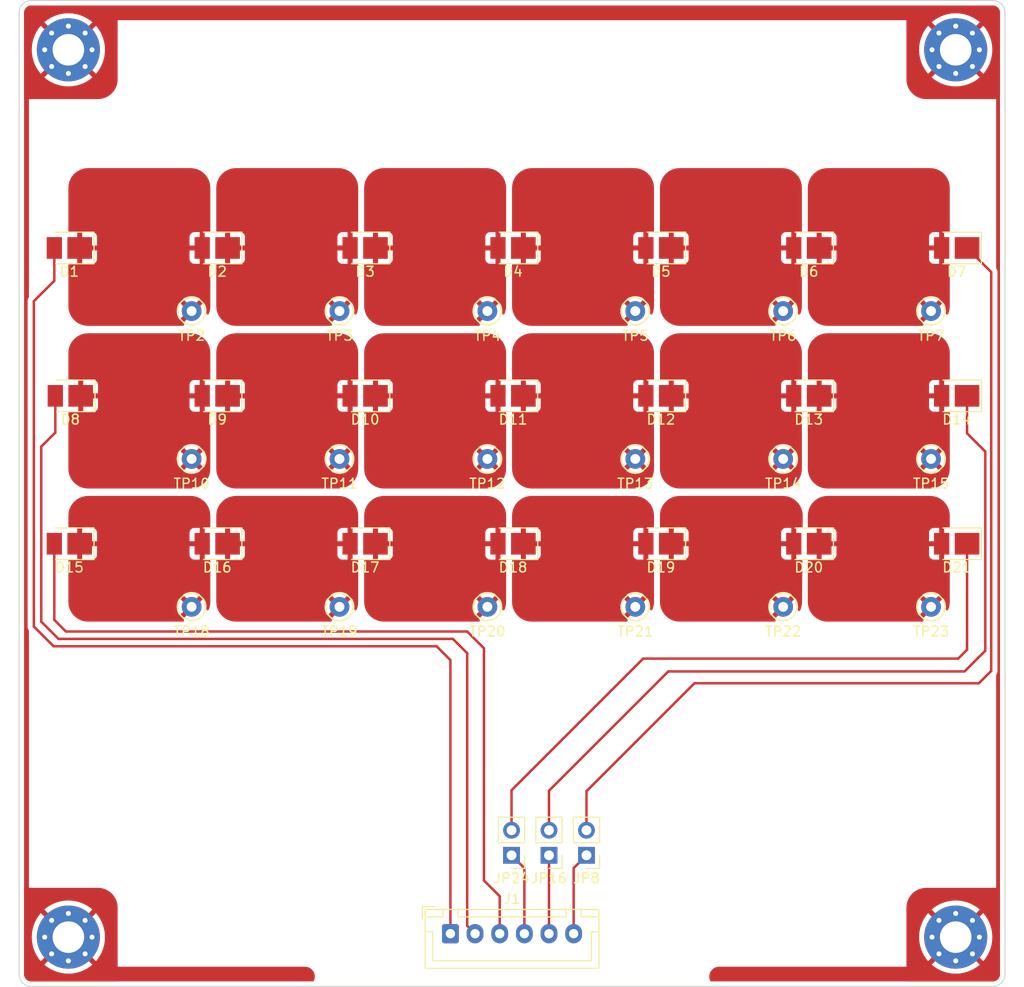
<source format=kicad_pcb>
(kicad_pcb (version 20211014) (generator pcbnew)
  (layers (0 "F.Cu" signal) (31 "B.Cu" signal) (34 "B.Paste" user) (35 "F.Paste" user) (36 "B.SilkS" user "B.Silkscreen") (37 "F.SilkS" user "F.Silkscreen") (38 "B.Mask" user) (39 "F.Mask" user) (44 "Edge.Cuts" user))
  (net 0 "")
  (net 1 "Net-(D1-Pad1)")
  (net 2 "VCC-LED1")
  (net 3 "Net-(D2-Pad1)")
  (net 4 "Net-(D3-Pad1)")
  (net 5 "Net-(D4-Pad1)")
  (net 6 "Net-(D5-Pad1)")
  (net 7 "Net-(D6-Pad1)")
  (net 8 "Net-(D7-Pad1)")
  (net 9 "Net-(D8-Pad1)")
  (net 10 "VCC-LED2")
  (net 11 "Net-(D10-Pad2)")
  (net 12 "Net-(D10-Pad1)")
  (net 13 "Net-(D11-Pad1)")
  (net 14 "Net-(D12-Pad1)")
  (net 15 "Net-(D13-Pad1)")
  (net 16 "Net-(D14-Pad1)")
  (net 17 "Net-(D15-Pad1)")
  (net 18 "VCC-LED3")
  (net 19 "Net-(D16-Pad1)")
  (net 20 "Net-(D17-Pad1)")
  (net 21 "Net-(D18-Pad1)")
  (net 22 "Net-(D19-Pad1)")
  (net 23 "Net-(D20-Pad1)")
  (net 24 "Net-(D21-Pad1)")
  (net 25 "GND")
  (net 26 "GND-LED1")
  (net 27 "GND-LED2")
  (net 28 "GND-LED3")
  (footprint "MountingHole:MountingHole_3.2mm_M3_Pad_Via" (layer "F.Cu") (at 195 135)
    (fp_text reference "H4" hide)
    (fp_text value "MountingHole_Pad")
    (pad "1" thru_hole circle (at 0 2.4) (size 0.8 0.8) (drill 0.5) (layers *.Cu *.Mask) (net 25 "GND"))
    (pad "1" thru_hole circle (at 1.697056 -1.697056) (size 0.8 0.8) (drill 0.5) (layers *.Cu *.Mask) (net 25 "GND"))
    (pad "1" thru_hole circle (at -1.697056 -1.697056) (size 0.8 0.8) (drill 0.5) (layers *.Cu *.Mask) (net 25 "GND"))
    (pad "1" thru_hole circle (at -1.697056 1.697056) (size 0.8 0.8) (drill 0.5) (layers *.Cu *.Mask) (net 25 "GND"))
    (pad "1" thru_hole circle (at -2.4 0) (size 0.8 0.8) (drill 0.5) (layers *.Cu *.Mask) (net 25 "GND"))
    (pad "1" thru_hole circle (at 1.697056 1.697056) (size 0.8 0.8) (drill 0.5) (layers *.Cu *.Mask) (net 25 "GND"))
    (pad "1" thru_hole circle (at 0 0) (size 6.4 6.4) (drill 3.2) (layers *.Cu *.Mask) (net 25 "GND"))
    (pad "1" thru_hole circle (at 0 -2.4) (size 0.8 0.8) (drill 0.5) (layers *.Cu *.Mask) (net 25 "GND"))
    (pad "1" thru_hole circle (at 2.4 0) (size 0.8 0.8) (drill 0.5) (layers *.Cu *.Mask) (net 25 "GND"))
  )
  (footprint "TestPoint:TestPoint_Keystone_5000-5004_Miniature" (layer "F.Cu") (at 132.5 71.5)
    (fp_text reference "TP3" (at 0 2.5) (layer "F.SilkS"))
    (fp_text value "-LED2/+LED3")
    (fp_circle (center 0 0) (end 1.4 0) (layer "F.SilkS") (width 0.15) (fill none))
    (pad "1" thru_hole circle (at 0 0) (size 2 2) (drill 1) (layers *.Cu *.Mask) (net 3 "Net-(D2-Pad1)"))
  )
  (footprint "TestPoint:TestPoint_Keystone_5000-5004_Miniature" (layer "F.Cu") (at 162.5 71.5)
    (fp_text reference "TP5" (at 0 2.5) (layer "F.SilkS"))
    (fp_text value "-LED4/+LED5")
    (fp_circle (center 0 0) (end 1.4 0) (layer "F.SilkS") (width 0.15) (fill none))
    (pad "1" thru_hole circle (at 0 0) (size 2 2) (drill 1) (layers *.Cu *.Mask) (net 5 "Net-(D4-Pad1)"))
  )
  (footprint "LED_SMD:LED_PLCC_2835_Handsoldering" (layer "F.Cu") (at 195.1 95.1 180)
    (fp_text reference "D21" (at 0 -2.4) (layer "F.SilkS"))
    (fp_text value "UV LED")
    (fp_line (start 1.4 -1.6) (end -2.5 -1.6) (layer "F.SilkS") (width 0.12))
    (fp_line (start 1.4 1.6) (end -2.5 1.6) (layer "F.SilkS") (width 0.12))
    (fp_line (start -2.5 -1.6) (end -2.5 1.6) (layer "F.SilkS") (width 0.12))
    (pad "1" smd rect (at -1.05 0 180) (size 2.5 2.2) (layers "F.Cu" "F.Paste" "F.Mask") (net 24 "Net-(D21-Pad1)"))
    (pad "2" smd rect (at 1.525 0 180) (size 1.55 2.2) (layers "F.Cu" "F.Paste" "F.Mask") (net 23 "Net-(D20-Pad1)"))
  )
  (footprint "TestPoint:TestPoint_Keystone_5000-5004_Miniature" (layer "F.Cu") (at 192.5 71.5)
    (fp_text reference "TP7" (at 0 2.5) (layer "F.SilkS"))
    (fp_text value "-LED6/+LED7")
    (fp_circle (center 0 0) (end 1.4 0) (layer "F.SilkS") (width 0.15) (fill none))
    (pad "1" thru_hole circle (at 0 0) (size 2 2) (drill 1) (layers *.Cu *.Mask) (net 7 "Net-(D6-Pad1)"))
  )
  (footprint "TestPoint:TestPoint_Keystone_5000-5004_Miniature" (layer "F.Cu") (at 162.5 101.5)
    (fp_text reference "TP21" (at 0 2.5) (layer "F.SilkS"))
    (fp_text value "-LED18/+LED19")
    (fp_circle (center 0 0) (end 1.4 0) (layer "F.SilkS") (width 0.15) (fill none))
    (pad "1" thru_hole circle (at 0 0) (size 2 2) (drill 1) (layers *.Cu *.Mask) (net 21 "Net-(D18-Pad1)"))
  )
  (footprint "LED_SMD:LED_PLCC_2835_Handsoldering" (layer "F.Cu") (at 165.1 80.1 180)
    (fp_text reference "D12" (at 0 -2.4) (layer "F.SilkS"))
    (fp_text value "UV LED")
    (fp_line (start 1.4 -1.6) (end -2.5 -1.6) (layer "F.SilkS") (width 0.12))
    (fp_line (start 1.4 1.6) (end -2.5 1.6) (layer "F.SilkS") (width 0.12))
    (fp_line (start -2.5 -1.6) (end -2.5 1.6) (layer "F.SilkS") (width 0.12))
    (pad "1" smd rect (at -1.05 0 180) (size 2.5 2.2) (layers "F.Cu" "F.Paste" "F.Mask") (net 14 "Net-(D12-Pad1)"))
    (pad "2" smd rect (at 1.525 0 180) (size 1.55 2.2) (layers "F.Cu" "F.Paste" "F.Mask") (net 13 "Net-(D11-Pad1)"))
  )
  (footprint "MountingHole:MountingHole_3.2mm_M3_Pad_Via" (layer "F.Cu") (at 105 135)
    (fp_text reference "H1" hide)
    (fp_text value "MountingHole_Pad")
    (pad "1" thru_hole circle (at 0 -2.4) (size 0.8 0.8) (drill 0.5) (layers *.Cu *.Mask) (net 25 "GND"))
    (pad "1" thru_hole circle (at -2.4 0) (size 0.8 0.8) (drill 0.5) (layers *.Cu *.Mask) (net 25 "GND"))
    (pad "1" thru_hole circle (at 2.4 0) (size 0.8 0.8) (drill 0.5) (layers *.Cu *.Mask) (net 25 "GND"))
    (pad "1" thru_hole circle (at -1.697056 1.697056) (size 0.8 0.8) (drill 0.5) (layers *.Cu *.Mask) (net 25 "GND"))
    (pad "1" thru_hole circle (at 0 0) (size 6.4 6.4) (drill 3.2) (layers *.Cu *.Mask) (net 25 "GND"))
    (pad "1" thru_hole circle (at -1.697056 -1.697056) (size 0.8 0.8) (drill 0.5) (layers *.Cu *.Mask) (net 25 "GND"))
    (pad "1" thru_hole circle (at 1.697056 -1.697056) (size 0.8 0.8) (drill 0.5) (layers *.Cu *.Mask) (net 25 "GND"))
    (pad "1" thru_hole circle (at 0 2.4) (size 0.8 0.8) (drill 0.5) (layers *.Cu *.Mask) (net 25 "GND"))
    (pad "1" thru_hole circle (at 1.697056 1.697056) (size 0.8 0.8) (drill 0.5) (layers *.Cu *.Mask) (net 25 "GND"))
  )
  (footprint "LED_SMD:LED_PLCC_2835_Handsoldering" (layer "F.Cu") (at 120.1 80.1 180)
    (fp_text reference "D9" (at 0 -2.4) (layer "F.SilkS"))
    (fp_text value "UV LED")
    (fp_line (start 1.4 -1.6) (end -2.5 -1.6) (layer "F.SilkS") (width 0.12))
    (fp_line (start -2.5 -1.6) (end -2.5 1.6) (layer "F.SilkS") (width 0.12))
    (fp_line (start 1.4 1.6) (end -2.5 1.6) (layer "F.SilkS") (width 0.12))
    (pad "1" smd rect (at -1.05 0 180) (size 2.5 2.2) (layers "F.Cu" "F.Paste" "F.Mask") (net 11 "Net-(D10-Pad2)"))
    (pad "2" smd rect (at 1.525 0 180) (size 1.55 2.2) (layers "F.Cu" "F.Paste" "F.Mask") (net 9 "Net-(D8-Pad1)"))
  )
  (footprint "TestPoint:TestPoint_Keystone_5000-5004_Miniature" (layer "F.Cu") (at 177.5 71.5)
    (fp_text reference "TP6" (at 0 2.5) (layer "F.SilkS"))
    (fp_text value "-LED5/+LED6")
    (fp_circle (center 0 0) (end 1.4 0) (layer "F.SilkS") (width 0.15) (fill none))
    (pad "1" thru_hole circle (at 0 0) (size 2 2) (drill 1) (layers *.Cu *.Mask) (net 6 "Net-(D5-Pad1)"))
  )
  (footprint "TestPoint:TestPoint_Keystone_5000-5004_Miniature" (layer "F.Cu") (at 147.5 101.5)
    (fp_text reference "TP20" (at 0 2.5) (layer "F.SilkS"))
    (fp_text value "-LED17/+LED18")
    (fp_circle (center 0 0) (end 1.4 0) (layer "F.SilkS") (width 0.15) (fill none))
    (pad "1" thru_hole circle (at 0 0) (size 2 2) (drill 1) (layers *.Cu *.Mask) (net 20 "Net-(D17-Pad1)"))
  )
  (footprint "TestPoint:TestPoint_Keystone_5000-5004_Miniature" (layer "F.Cu") (at 192.5 101.5)
    (fp_text reference "TP23" (at 0 2.5) (layer "F.SilkS"))
    (fp_text value "-LED20/+LED21")
    (fp_circle (center 0 0) (end 1.4 0) (layer "F.SilkS") (width 0.15) (fill none))
    (pad "1" thru_hole circle (at 0 0) (size 2 2) (drill 1) (layers *.Cu *.Mask) (net 23 "Net-(D20-Pad1)"))
  )
  (footprint "LED_SMD:LED_PLCC_2835_Handsoldering" (layer "F.Cu") (at 195.1 80.1 180)
    (fp_text reference "D14" (at 0 -2.4) (layer "F.SilkS"))
    (fp_text value "UV LED")
    (fp_line (start 1.4 1.6) (end -2.5 1.6) (layer "F.SilkS") (width 0.12))
    (fp_line (start -2.5 -1.6) (end -2.5 1.6) (layer "F.SilkS") (width 0.12))
    (fp_line (start 1.4 -1.6) (end -2.5 -1.6) (layer "F.SilkS") (width 0.12))
    (pad "1" smd rect (at -1.05 0 180) (size 2.5 2.2) (layers "F.Cu" "F.Paste" "F.Mask") (net 16 "Net-(D14-Pad1)"))
    (pad "2" smd rect (at 1.525 0 180) (size 1.55 2.2) (layers "F.Cu" "F.Paste" "F.Mask") (net 15 "Net-(D13-Pad1)"))
  )
  (footprint "TestPoint:TestPoint_Keystone_5000-5004_Miniature" (layer "F.Cu") (at 147.5 71.5)
    (fp_text reference "TP4" (at 0 2.5) (layer "F.SilkS"))
    (fp_text value "-LED3/+LED4")
    (fp_circle (center 0 0) (end 1.4 0) (layer "F.SilkS") (width 0.15) (fill none))
    (pad "1" thru_hole circle (at 0 0) (size 2 2) (drill 1) (layers *.Cu *.Mask) (net 4 "Net-(D3-Pad1)"))
  )
  (footprint "LED_SMD:LED_PLCC_2835_Handsoldering" (layer "F.Cu") (at 135.1 65.1 180)
    (fp_text reference "D3" (at 0 -2.4) (layer "F.SilkS"))
    (fp_text value "UV LED")
    (fp_line (start -2.5 -1.6) (end -2.5 1.6) (layer "F.SilkS") (width 0.12))
    (fp_line (start 1.4 1.6) (end -2.5 1.6) (layer "F.SilkS") (width 0.12))
    (fp_line (start 1.4 -1.6) (end -2.5 -1.6) (layer "F.SilkS") (width 0.12))
    (pad "1" smd rect (at -1.05 0 180) (size 2.5 2.2) (layers "F.Cu" "F.Paste" "F.Mask") (net 4 "Net-(D3-Pad1)"))
    (pad "2" smd rect (at 1.525 0 180) (size 1.55 2.2) (layers "F.Cu" "F.Paste" "F.Mask") (net 3 "Net-(D2-Pad1)"))
  )
  (footprint "LED_SMD:LED_PLCC_2835_Handsoldering" (layer "F.Cu") (at 120.1 95.1 180)
    (fp_text reference "D16" (at 0 -2.4) (layer "F.SilkS"))
    (fp_text value "UV LED")
    (fp_line (start -2.5 -1.6) (end -2.5 1.6) (layer "F.SilkS") (width 0.12))
    (fp_line (start 1.4 1.6) (end -2.5 1.6) (layer "F.SilkS") (width 0.12))
    (fp_line (start 1.4 -1.6) (end -2.5 -1.6) (layer "F.SilkS") (width 0.12))
    (pad "1" smd rect (at -1.05 0 180) (size 2.5 2.2) (layers "F.Cu" "F.Paste" "F.Mask") (net 19 "Net-(D16-Pad1)"))
    (pad "2" smd rect (at 1.525 0 180) (size 1.55 2.2) (layers "F.Cu" "F.Paste" "F.Mask") (net 17 "Net-(D15-Pad1)"))
  )
  (footprint "LED_SMD:LED_PLCC_2835_Handsoldering" (layer "F.Cu") (at 180.1 95.1 180)
    (fp_text reference "D20" (at 0 -2.4) (layer "F.SilkS"))
    (fp_text value "UV LED")
    (fp_line (start 1.4 1.6) (end -2.5 1.6) (layer "F.SilkS") (width 0.12))
    (fp_line (start -2.5 -1.6) (end -2.5 1.6) (layer "F.SilkS") (width 0.12))
    (fp_line (start 1.4 -1.6) (end -2.5 -1.6) (layer "F.SilkS") (width 0.12))
    (pad "1" smd rect (at -1.05 0 180) (size 2.5 2.2) (layers "F.Cu" "F.Paste" "F.Mask") (net 23 "Net-(D20-Pad1)"))
    (pad "2" smd rect (at 1.525 0 180) (size 1.55 2.2) (layers "F.Cu" "F.Paste" "F.Mask") (net 22 "Net-(D19-Pad1)"))
  )
  (footprint "TestPoint:TestPoint_Keystone_5000-5004_Miniature" (layer "F.Cu") (at 117.5 71.5)
    (fp_text reference "TP2" (at 0 2.5) (layer "F.SilkS"))
    (fp_text value "-LED1/+LED2")
    (fp_circle (center 0 0) (end 1.4 0) (layer "F.SilkS") (width 0.15) (fill none))
    (pad "1" thru_hole circle (at 0 0) (size 2 2) (drill 1) (layers *.Cu *.Mask) (net 1 "Net-(D1-Pad1)"))
  )
  (footprint "LED_SMD:LED_PLCC_2835_Handsoldering" (layer "F.Cu") (at 120.1 65.1 180)
    (fp_text reference "D2" (at 0 -2.4) (layer "F.SilkS"))
    (fp_text value "UV LED")
    (fp_line (start -2.5 -1.6) (end -2.5 1.6) (layer "F.SilkS") (width 0.12))
    (fp_line (start 1.4 -1.6) (end -2.5 -1.6) (layer "F.SilkS") (width 0.12))
    (fp_line (start 1.4 1.6) (end -2.5 1.6) (layer "F.SilkS") (width 0.12))
    (pad "1" smd rect (at -1.05 0 180) (size 2.5 2.2) (layers "F.Cu" "F.Paste" "F.Mask") (net 3 "Net-(D2-Pad1)"))
    (pad "2" smd rect (at 1.525 0 180) (size 1.55 2.2) (layers "F.Cu" "F.Paste" "F.Mask") (net 1 "Net-(D1-Pad1)"))
  )
  (footprint "Connector_PinHeader_2.54mm:PinHeader_1x02_P2.54mm_Vertical" (layer "F.Cu") (at 153.75 126.7 180)
    (fp_text reference "JP16" (at 0 -2.33) (layer "F.SilkS"))
    (fp_text value "Jumper_2_Open")
    (fp_line (start -1.33 -1.33) (end 0 -1.33) (layer "F.SilkS") (width 0.12))
    (fp_line (start -1.33 1.27) (end 1.33 1.27) (layer "F.SilkS") (width 0.12))
    (fp_line (start -1.33 1.27) (end -1.33 3.87) (layer "F.SilkS") (width 0.12))
    (fp_line (start -1.33 3.87) (end 1.33 3.87) (layer "F.SilkS") (width 0.12))
    (fp_line (start -1.33 0) (end -1.33 -1.33) (layer "F.SilkS") (width 0.12))
    (fp_line (start 1.33 1.27) (end 1.33 3.87) (layer "F.SilkS") (width 0.12))
    (pad "1" thru_hole rect (at 0 0 180) (size 1.7 1.7) (drill 1) (layers *.Cu *.Mask) (net 27 "GND-LED2"))
    (pad "2" thru_hole oval (at 0 2.54 180) (size 1.7 1.7) (drill 1) (layers *.Cu *.Mask) (net 16 "Net-(D14-Pad1)"))
  )
  (footprint "TestPoint:TestPoint_Keystone_5000-5004_Miniature" (layer "F.Cu") (at 177.5 101.5)
    (fp_text reference "TP22" (at 0 2.5) (layer "F.SilkS"))
    (fp_text value "-LED19/+LED20")
    (fp_circle (center 0 0) (end 1.4 0) (layer "F.SilkS") (width 0.15) (fill none))
    (pad "1" thru_hole circle (at 0 0) (size 2 2) (drill 1) (layers *.Cu *.Mask) (net 22 "Net-(D19-Pad1)"))
  )
  (footprint "Connector_JST:JST_XH_B6B-XH-A_1x06_P2.50mm_Vertical" (layer "F.Cu") (at 143.75 134.65)
    (fp_text reference "J1" (at 6.25 -3.55) (layer "F.SilkS"))
    (fp_text value "Conn_01x06")
    (fp_line (start -1.8 -0.2) (end -1.8 2.75) (layer "F.SilkS") (width 0.12))
    (fp_line (start 15.05 -2.45) (end 13.25 -2.45) (layer "F.SilkS") (width 0.12))
    (fp_line (start 15.06 3.51) (end 15.06 -2.46) (layer "F.SilkS") (width 0.12))
    (fp_line (start 15.05 -0.2) (end 14.3 -0.2) (layer "F.SilkS") (width 0.12))
    (fp_line (start 14.3 2.75) (end 6.25 2.75) (layer "F.SilkS") (width 0.12))
    (fp_line (start 11.75 -1.7) (end 11.75 -2.45) (layer "F.SilkS") (width 0.12))
    (fp_line (start 11.75 -2.45) (end 0.75 -2.45) (layer "F.SilkS") (width 0.12))
    (fp_line (start -0.75 -1.7) (end -0.75 -2.45) (layer "F.SilkS") (width 0.12))
    (fp_line (start -2.56 -2.46) (end -2.56 3.51) (layer "F.SilkS") (width 0.12))
    (fp_line (start 13.25 -1.7) (end 15.05 -1.7) (layer "F.SilkS") (width 0.12))
    (fp_line (start -2.55 -0.2) (end -1.8 -0.2) (layer "F.SilkS") (width 0.12))
    (fp_line (start -2.56 3.51) (end 15.06 3.51) (layer "F.SilkS") (width 0.12))
    (fp_line (start 15.05 -1.7) (end 15.05 -2.45) (layer "F.SilkS") (width 0.12))
    (fp_line (start -2.55 -2.45) (end -2.55 -1.7) (layer "F.SilkS") (width 0.12))
    (fp_line (start 0.75 -2.45) (end 0.75 -1.7) (layer "F.SilkS") (width 0.12))
    (fp_line (start -0.75 -2.45) (end -2.55 -2.45) (layer "F.SilkS") (width 0.12))
    (fp_line (start -1.6 -2.75) (end -2.85 -2.75) (layer "F.SilkS") (width 0.12))
    (fp_line (start -2.55 -1.7) (end -0.75 -1.7) (layer "F.SilkS") (width 0.12))
    (fp_line (start -2.85 -2.75) (end -2.85 -1.5) (layer "F.SilkS") (width 0.12))
    (fp_line (start 14.3 -0.2) (end 14.3 2.75) (layer "F.SilkS") (width 0.12))
    (fp_line (start 13.25 -2.45) (end 13.25 -1.7) (layer "F.SilkS") (width 0.12))
    (fp_line (start 15.06 -2.46) (end -2.56 -2.46) (layer "F.SilkS") (width 0.12))
    (fp_line (start -1.8 2.75) (end 6.25 2.75) (layer "F.SilkS") (width 0.12))
    (fp_line (start 0.75 -1.7) (end 11.75 -1.7) (layer "F.SilkS") (width 0.12))
    (pad "1" thru_hole roundrect (at 0 0) (size 1.7 1.95) (drill 0.95) (layers *.Cu *.Mask) (roundrect_rratio 0.147059) (net 2 "VCC-LED1"))
    (pad "2" thru_hole oval (at 2.5 0) (size 1.7 1.95) (drill 0.95) (layers *.Cu *.Mask) (net 10 "VCC-LED2"))
    (pad "3" thru_hole oval (at 5 0) (size 1.7 1.95) (drill 0.95) (layers *.Cu *.Mask) (net 18 "VCC-LED3"))
    (pad "4" thru_hole oval (at 7.5 0) (size 1.7 1.95) (drill 0.95) (layers *.Cu *.Mask) (net 28 "GND-LED3"))
    (pad "5" thru_hole oval (at 10 0) (size 1.7 1.95) (drill 0.95) (layers *.Cu *.Mask) (net 27 "GND-LED2"))
    (pad "6" thru_hole oval (at 12.5 0) (size 1.7 1.95) (drill 0.95) (layers *.Cu *.Mask) (net 26 "GND-LED1"))
  )
  (footprint "Connector_PinHeader_2.54mm:PinHeader_1x02_P2.54mm_Vertical" (layer "F.Cu") (at 157.55 126.7 180)
    (fp_text reference "JP8" (at 0 -2.33) (layer "F.SilkS"))
    (fp_text value "Jumper_2_Open")
    (fp_line (start -1.33 -1.33) (end 0 -1.33) (layer "F.SilkS") (width 0.12))
    (fp_line (start -1.33 3.87) (end 1.33 3.87) (layer "F.SilkS") (width 0.12))
    (fp_line (start 1.33 1.27) (end 1.33 3.87) (layer "F.SilkS") (width 0.12))
    (fp_line (start -1.33 0) (end -1.33 -1.33) (layer "F.SilkS") (width 0.12))
    (fp_line (start -1.33 1.27) (end -1.33 3.87) (layer "F.SilkS") (width 0.12))
    (fp_line (start -1.33 1.27) (end 1.33 1.27) (layer "F.SilkS") (width 0.12))
    (pad "1" thru_hole rect (at 0 0 180) (size 1.7 1.7) (drill 1) (layers *.Cu *.Mask) (net 26 "GND-LED1"))
    (pad "2" thru_hole oval (at 0 2.54 180) (size 1.7 1.7) (drill 1) (layers *.Cu *.Mask) (net 8 "Net-(D7-Pad1)"))
  )
  (footprint "TestPoint:TestPoint_Keystone_5000-5004_Miniature" (layer "F.Cu") (at 132.5 86.5)
    (fp_text reference "TP11" (at 0 2.5) (layer "F.SilkS"))
    (fp_text value "-LED9/+LED10")
    (fp_circle (center 0 0) (end 1.4 0) (layer "F.SilkS") (width 0.15) (fill none))
    (pad "1" thru_hole circle (at 0 0) (size 2 2) (drill 1) (layers *.Cu *.Mask) (net 11 "Net-(D10-Pad2)"))
  )
  (footprint "TestPoint:TestPoint_Keystone_5000-5004_Miniature" (layer "F.Cu") (at 132.5 101.5)
    (fp_text reference "TP19" (at 0 2.5) (layer "F.SilkS"))
    (fp_text value "-LED16/+LED17")
    (fp_circle (center 0 0) (end 1.4 0) (layer "F.SilkS") (width 0.15) (fill none))
    (pad "1" thru_hole circle (at 0 0) (size 2 2) (drill 1) (layers *.Cu *.Mask) (net 19 "Net-(D16-Pad1)"))
  )
  (footprint "LED_SMD:LED_PLCC_2835_Handsoldering" (layer "F.Cu") (at 150.1 65.1 180)
    (fp_text reference "D4" (at 0 -2.4) (layer "F.SilkS"))
    (fp_text value "UV LED")
    (fp_line (start 1.4 -1.6) (end -2.5 -1.6) (layer "F.SilkS") (width 0.12))
    (fp_line (start 1.4 1.6) (end -2.5 1.6) (layer "F.SilkS") (width 0.12))
    (fp_line (start -2.5 -1.6) (end -2.5 1.6) (layer "F.SilkS") (width 0.12))
    (pad "1" smd rect (at -1.05 0 180) (size 2.5 2.2) (layers "F.Cu" "F.Paste" "F.Mask") (net 5 "Net-(D4-Pad1)"))
    (pad "2" smd rect (at 1.525 0 180) (size 1.55 2.2) (layers "F.Cu" "F.Paste" "F.Mask") (net 4 "Net-(D3-Pad1)"))
  )
  (footprint "LED_SMD:LED_PLCC_2835_Handsoldering" (layer "F.Cu") (at 180.1 65.1 180)
    (fp_text reference "D6" (at 0 -2.4) (layer "F.SilkS"))
    (fp_text value "UV LED")
    (fp_line (start -2.5 -1.6) (end -2.5 1.6) (layer "F.SilkS") (width 0.12))
    (fp_line (start 1.4 -1.6) (end -2.5 -1.6) (layer "F.SilkS") (width 0.12))
    (fp_line (start 1.4 1.6) (end -2.5 1.6) (layer "F.SilkS") (width 0.12))
    (pad "1" smd rect (at -1.05 0 180) (size 2.5 2.2) (layers "F.Cu" "F.Paste" "F.Mask") (net 7 "Net-(D6-Pad1)"))
    (pad "2" smd rect (at 1.525 0 180) (size 1.55 2.2) (layers "F.Cu" "F.Paste" "F.Mask") (net 6 "Net-(D5-Pad1)"))
  )
  (footprint "LED_SMD:LED_PLCC_2835_Handsoldering" (layer "F.Cu") (at 165.1 65.1 180)
    (fp_text reference "D5" (at 0 -2.4) (layer "F.SilkS"))
    (fp_text value "UV LED")
    (fp_line (start 1.4 1.6) (end -2.5 1.6) (layer "F.SilkS") (width 0.12))
    (fp_line (start -2.5 -1.6) (end -2.5 1.6) (layer "F.SilkS") (width 0.12))
    (fp_line (start 1.4 -1.6) (end -2.5 -1.6) (layer "F.SilkS") (width 0.12))
    (pad "1" smd rect (at -1.05 0 180) (size 2.5 2.2) (layers "F.Cu" "F.Paste" "F.Mask") (net 6 "Net-(D5-Pad1)"))
    (pad "2" smd rect (at 1.525 0 180) (size 1.55 2.2) (layers "F.Cu" "F.Paste" "F.Mask") (net 5 "Net-(D4-Pad1)"))
  )
  (footprint "LED_SMD:LED_PLCC_2835_Handsoldering" (layer "F.Cu") (at 150.1 80.1 180)
    (fp_text reference "D11" (at 0 -2.4) (layer "F.SilkS"))
    (fp_text value "UV LED")
    (fp_line (start 1.4 -1.6) (end -2.5 -1.6) (layer "F.SilkS") (width 0.12))
    (fp_line (start 1.4 1.6) (end -2.5 1.6) (layer "F.SilkS") (width 0.12))
    (fp_line (start -2.5 -1.6) (end -2.5 1.6) (layer "F.SilkS") (width 0.12))
    (pad "1" smd rect (at -1.05 0 180) (size 2.5 2.2) (layers "F.Cu" "F.Paste" "F.Mask") (net 13 "Net-(D11-Pad1)"))
    (pad "2" smd rect (at 1.525 0 180) (size 1.55 2.2) (layers "F.Cu" "F.Paste" "F.Mask") (net 12 "Net-(D10-Pad1)"))
  )
  (footprint "LED_SMD:LED_PLCC_2835_Handsoldering" (layer "F.Cu") (at 135.1 80.1 180)
    (fp_text reference "D10" (at 0 -2.4) (layer "F.SilkS"))
    (fp_text value "UV LED")
    (fp_line (start 1.4 -1.6) (end -2.5 -1.6) (layer "F.SilkS") (width 0.12))
    (fp_line (start -2.5 -1.6) (end -2.5 1.6) (layer "F.SilkS") (width 0.12))
    (fp_line (start 1.4 1.6) (end -2.5 1.6) (layer "F.SilkS") (width 0.12))
    (pad "1" smd rect (at -1.05 0 180) (size 2.5 2.2) (layers "F.Cu" "F.Paste" "F.Mask") (net 12 "Net-(D10-Pad1)"))
    (pad "2" smd rect (at 1.525 0 180) (size 1.55 2.2) (layers "F.Cu" "F.Paste" "F.Mask") (net 11 "Net-(D10-Pad2)"))
  )
  (footprint "LED_SMD:LED_PLCC_2835_Handsoldering" (layer "F.Cu") (at 105.1 65.1 180)
    (fp_text reference "D1" (at 0 -2.4) (layer "F.SilkS"))
    (fp_text value "UV LED")
    (fp_line (start 1.4 -1.6) (end -2.5 -1.6) (layer "F.SilkS") (width 0.12))
    (fp_line (start -2.5 -1.6) (end -2.5 1.6) (layer "F.SilkS") (width 0.12))
    (fp_line (start 1.4 1.6) (end -2.5 1.6) (layer "F.SilkS") (width 0.12))
    (pad "1" smd rect (at -1.05 0 180) (size 2.5 2.2) (layers "F.Cu" "F.Paste" "F.Mask") (net 1 "Net-(D1-Pad1)"))
    (pad "2" smd rect (at 1.525 0 180) (size 1.55 2.2) (layers "F.Cu" "F.Paste" "F.Mask") (net 2 "VCC-LED1"))
  )
  (footprint "TestPoint:TestPoint_Keystone_5000-5004_Miniature" (layer "F.Cu") (at 117.5 86.5)
    (fp_text reference "TP10" (at 0 2.5) (layer "F.SilkS"))
    (fp_text value "-LED8/+LED9")
    (fp_circle (center 0 0) (end 1.4 0) (layer "F.SilkS") (width 0.15) (fill none))
    (pad "1" thru_hole circle (at 0 0) (size 2 2) (drill 1) (layers *.Cu *.Mask) (net 9 "Net-(D8-Pad1)"))
  )
  (footprint "LED_SMD:LED_PLCC_2835_Handsoldering" (layer "F.Cu") (at 195.1 65.1 180)
    (fp_text reference "D7" (at 0 -2.4) (layer "F.SilkS"))
    (fp_text value "UV LED")
    (fp_line (start 1.4 1.6) (end -2.5 1.6) (layer "F.SilkS") (width 0.12))
    (fp_line (start 1.4 -1.6) (end -2.5 -1.6) (layer "F.SilkS") (width 0.12))
    (fp_line (start -2.5 -1.6) (end -2.5 1.6) (layer "F.SilkS") (width 0.12))
    (pad "1" smd rect (at -1.05 0 180) (size 2.5 2.2) (layers "F.Cu" "F.Paste" "F.Mask") (net 8 "Net-(D7-Pad1)"))
    (pad "2" smd rect (at 1.525 0 180) (size 1.55 2.2) (layers "F.Cu" "F.Paste" "F.Mask") (net 7 "Net-(D6-Pad1)"))
  )
  (footprint "MountingHole:MountingHole_3.2mm_M3_Pad_Via" (layer "F.Cu") (at 195 45)
    (fp_text reference "H3" hide)
    (fp_text value "MountingHole_Pad")
    (pad "1" thru_hole circle (at 2.4 0) (size 0.8 0.8) (drill 0.5) (layers *.Cu *.Mask) (net 25 "GND"))
    (pad "1" thru_hole circle (at -1.697056 -1.697056) (size 0.8 0.8) (drill 0.5) (layers *.Cu *.Mask) (net 25 "GND"))
    (pad "1" thru_hole circle (at 0 -2.4) (size 0.8 0.8) (drill 0.5) (layers *.Cu *.Mask) (net 25 "GND"))
    (pad "1" thru_hole circle (at 0 0) (size 6.4 6.4) (drill 3.2) (layers *.Cu *.Mask) (net 25 "GND"))
    (pad "1" thru_hole circle (at -1.697056 1.697056) (size 0.8 0.8) (drill 0.5) (layers *.Cu *.Mask) (net 25 "GND"))
    (pad "1" thru_hole circle (at -2.4 0) (size 0.8 0.8) (drill 0.5) (layers *.Cu *.Mask) (net 25 "GND"))
    (pad "1" thru_hole circle (at 1.697056 -1.697056) (size 0.8 0.8) (drill 0.5) (layers *.Cu *.Mask) (net 25 "GND"))
    (pad "1" thru_hole circle (at 1.697056 1.697056) (size 0.8 0.8) (drill 0.5) (layers *.Cu *.Mask) (net 25 "GND"))
    (pad "1" thru_hole circle (at 0 2.4) (size 0.8 0.8) (drill 0.5) (layers *.Cu *.Mask) (net 25 "GND"))
  )
  (footprint "LED_SMD:LED_PLCC_2835_Handsoldering" (layer "F.Cu") (at 135.1 95.1 180)
    (fp_text reference "D17" (at 0 -2.4) (layer "F.SilkS"))
    (fp_text value "UV LED")
    (fp_line (start -2.5 -1.6) (end -2.5 1.6) (layer "F.SilkS") (width 0.12))
    (fp_line (start 1.4 1.6) (end -2.5 1.6) (layer "F.SilkS") (width 0.12))
    (fp_line (start 1.4 -1.6) (end -2.5 -1.6) (layer "F.SilkS") (width 0.12))
    (pad "1" smd rect (at -1.05 0 180) (size 2.5 2.2) (layers "F.Cu" "F.Paste" "F.Mask") (net 20 "Net-(D17-Pad1)"))
    (pad "2" smd rect (at 1.525 0 180) (size 1.55 2.2) (layers "F.Cu" "F.Paste" "F.Mask") (net 19 "Net-(D16-Pad1)"))
  )
  (footprint "TestPoint:TestPoint_Keystone_5000-5004_Miniature" (layer "F.Cu") (at 117.5 101.5)
    (fp_text reference "TP18" (at 0 2.5) (layer "F.SilkS"))
    (fp_text value "-LED15/+LED16")
    (fp_circle (center 0 0) (end 1.4 0) (layer "F.SilkS") (width 0.15) (fill none))
    (pad "1" thru_hole circle (at 0 0) (size 2 2) (drill 1) (layers *.Cu *.Mask) (net 17 "Net-(D15-Pad1)"))
  )
  (footprint "LED_SMD:LED_PLCC_2835_Handsoldering" (layer "F.Cu") (at 105.2 80.1 180)
    (fp_text reference "D8" (at 0 -2.4) (layer "F.SilkS"))
    (fp_text value "UV LED")
    (fp_line (start 1.4 1.6) (end -2.5 1.6) (layer "F.SilkS") (width 0.12))
    (fp_line (start -2.5 -1.6) (end -2.5 1.6) (layer "F.SilkS") (width 0.12))
    (fp_line (start 1.4 -1.6) (end -2.5 -1.6) (layer "F.SilkS") (width 0.12))
    (pad "1" smd rect (at -1.05 0 180) (size 2.5 2.2) (layers "F.Cu" "F.Paste" "F.Mask") (net 9 "Net-(D8-Pad1)"))
    (pad "2" smd rect (at 1.525 0 180) (size 1.55 2.2) (layers "F.Cu" "F.Paste" "F.Mask") (net 10 "VCC-LED2"))
  )
  (footprint "LED_SMD:LED_PLCC_2835_Handsoldering" (layer "F.Cu") (at 180.1 80.1 180)
    (fp_text reference "D13" (at 0 -2.4) (layer "F.SilkS"))
    (fp_text value "UV LED")
    (fp_line (start -2.5 -1.6) (end -2.5 1.6) (layer "F.SilkS") (width 0.12))
    (fp_line (start 1.4 -1.6) (end -2.5 -1.6) (layer "F.SilkS") (width 0.12))
    (fp_line (start 1.4 1.6) (end -2.5 1.6) (layer "F.SilkS") (width 0.12))
    (pad "1" smd rect (at -1.05 0 180) (size 2.5 2.2) (layers "F.Cu" "F.Paste" "F.Mask") (net 15 "Net-(D13-Pad1)"))
    (pad "2" smd rect (at 1.525 0 180) (size 1.55 2.2) (layers "F.Cu" "F.Paste" "F.Mask") (net 14 "Net-(D12-Pad1)"))
  )
  (footprint "TestPoint:TestPoint_Keystone_5000-5004_Miniature" (layer "F.Cu") (at 192.5 86.5)
    (fp_text reference "TP15" (at 0 2.5) (layer "F.SilkS"))
    (fp_text value "-LED13/+LED14")
    (fp_circle (center 0 0) (end 1.4 0) (layer "F.SilkS") (width 0.15) (fill none))
    (pad "1" thru_hole circle (at 0 0) (size 2 2) (drill 1) (layers *.Cu *.Mask) (net 15 "Net-(D13-Pad1)"))
  )
  (footprint "LED_SMD:LED_PLCC_2835_Handsoldering" (layer "F.Cu") (at 165.1 95.1 180)
    (fp_text reference "D19" (at 0 -2.4) (layer "F.SilkS"))
    (fp_text value "UV LED")
    (fp_line (start 1.4 -1.6) (end -2.5 -1.6) (layer "F.SilkS") (width 0.12))
    (fp_line (start 1.4 1.6) (end -2.5 1.6) (layer "F.SilkS") (width 0.12))
    (fp_line (start -2.5 -1.6) (end -2.5 1.6) (layer "F.SilkS") (width 0.12))
    (pad "1" smd rect (at -1.05 0 180) (size 2.5 2.2) (layers "F.Cu" "F.Paste" "F.Mask") (net 22 "Net-(D19-Pad1)"))
    (pad "2" smd rect (at 1.525 0 180) (size 1.55 2.2) (layers "F.Cu" "F.Paste" "F.Mask") (net 21 "Net-(D18-Pad1)"))
  )
  (footprint "TestPoint:TestPoint_Keystone_5000-5004_Miniature" (layer "F.Cu") (at 162.5 86.5)
    (fp_text reference "TP13" (at 0 2.5) (layer "F.SilkS"))
    (fp_text value "-LED11/+LED12")
    (fp_circle (center 0 0) (end 1.4 0) (layer "F.SilkS") (width 0.15) (fill none))
    (pad "1" thru_hole circle (at 0 0) (size 2 2) (drill 1) (layers *.Cu *.Mask) (net 13 "Net-(D11-Pad1)"))
  )
  (footprint "TestPoint:TestPoint_Keystone_5000-5004_Miniature" (layer "F.Cu") (at 147.5 86.5)
    (fp_text reference "TP12" (at 0 2.5) (layer "F.SilkS"))
    (fp_text value "-LED10/+LED11")
    (fp_circle (center 0 0) (end 1.4 0) (layer "F.SilkS") (width 0.15) (fill none))
    (pad "1" thru_hole circle (at 0 0) (size 2 2) (drill 1) (layers *.Cu *.Mask) (net 12 "Net-(D10-Pad1)"))
  )
  (footprint "LED_SMD:LED_PLCC_2835_Handsoldering" (layer "F.Cu") (at 150.1 95.1 180)
    (fp_text reference "D18" (at 0 -2.4) (layer "F.SilkS"))
    (fp_text value "UV LED")
    (fp_line (start -2.5 -1.6) (end -2.5 1.6) (layer "F.SilkS") (width 0.12))
    (fp_line (start 1.4 1.6) (end -2.5 1.6) (layer "F.SilkS") (width 0.12))
    (fp_line (start 1.4 -1.6) (end -2.5 -1.6) (layer "F.SilkS") (width 0.12))
    (pad "1" smd rect (at -1.05 0 180) (size 2.5 2.2) (layers "F.Cu" "F.Paste" "F.Mask") (net 21 "Net-(D18-Pad1)"))
    (pad "2" smd rect (at 1.525 0 180) (size 1.55 2.2) (layers "F.Cu" "F.Paste" "F.Mask") (net 20 "Net-(D17-Pad1)"))
  )
  (footprint "MountingHole:MountingHole_3.2mm_M3_Pad_Via" (layer "F.Cu") (at 105 45)
    (fp_text reference "H2" hide)
    (fp_text value "MountingHole_Pad")
    (pad "1" thru_hole circle (at 0 -2.4) (size 0.8 0.8) (drill 0.5) (layers *.Cu *.Mask) (net 25 "GND"))
    (pad "1" thru_hole circle (at 1.697056 -1.697056) (size 0.8 0.8) (drill 0.5) (layers *.Cu *.Mask) (net 25 "GND"))
    (pad "1" thru_hole circle (at -2.4 0) (size 0.8 0.8) (drill 0.5) (layers *.Cu *.Mask) (net 25 "GND"))
    (pad "1" thru_hole circle (at -1.697056 -1.697056) (size 0.8 0.8) (drill 0.5) (layers *.Cu *.Mask) (net 25 "GND"))
    (pad "1" thru_hole circle (at 0 0) (size 6.4 6.4) (drill 3.2) (layers *.Cu *.Mask) (net 25 "GND"))
    (pad "1" thru_hole circle (at 2.4 0) (size 0.8 0.8) (drill 0.5) (layers *.Cu *.Mask) (net 25 "GND"))
    (pad "1" thru_hole circle (at 0 2.4) (size 0.8 0.8) (drill 0.5) (layers *.Cu *.Mask) (net 25 "GND"))
    (pad "1" thru_hole circle (at -1.697056 1.697056) (size 0.8 0.8) (drill 0.5) (layers *.Cu *.Mask) (net 25 "GND"))
    (pad "1" thru_hole circle (at 1.697056 1.697056) (size 0.8 0.8) (drill 0.5) (layers *.Cu *.Mask) (net 25 "GND"))
  )
  (footprint "LED_SMD:LED_PLCC_2835_Handsoldering" (layer "F.Cu") (at 105.1 95.1 180)
    (fp_text reference "D15" (at 0 -2.4) (layer "F.SilkS"))
    (fp_text value "UV LED")
    (fp_line (start 1.4 1.6) (end -2.5 1.6) (layer "F.SilkS") (width 0.12))
    (fp_line (start -2.5 -1.6) (end -2.5 1.6) (layer "F.SilkS") (width 0.12))
    (fp_line (start 1.4 -1.6) (end -2.5 -1.6) (layer "F.SilkS") (width 0.12))
    (pad "1" smd rect (at -1.05 0 180) (size 2.5 2.2) (layers "F.Cu" "F.Paste" "F.Mask") (net 17 "Net-(D15-Pad1)"))
    (pad "2" smd rect (at 1.525 0 180) (size 1.55 2.2) (layers "F.Cu" "F.Paste" "F.Mask") (net 18 "VCC-LED3"))
  )
  (footprint "Connector_PinHeader_2.54mm:PinHeader_1x02_P2.54mm_Vertical" (layer "F.Cu") (at 149.95 126.7 180)
    (fp_text reference "JP24" (at 0 -2.33) (layer "F.SilkS"))
    (fp_text value "Jumper_2_Open")
    (fp_line (start -1.33 1.27) (end 1.33 1.27) (layer "F.SilkS") (width 0.12))
    (fp_line (start -1.33 1.27) (end -1.33 3.87) (layer "F.SilkS") (width 0.12))
    (fp_line (start 1.33 1.27) (end 1.33 3.87) (layer "F.SilkS") (width 0.12))
    (fp_line (start -1.33 -1.33) (end 0 -1.33) (layer "F.SilkS") (width 0.12))
    (fp_line (start -1.33 0) (end -1.33 -1.33) (layer "F.SilkS") (width 0.12))
    (fp_line (start -1.33 3.87) (end 1.33 3.87) (layer "F.SilkS") (width 0.12))
    (pad "1" thru_hole rect (at 0 0 180) (size 1.7 1.7) (drill 1) (layers *.Cu *.Mask) (net 28 "GND-LED3"))
    (pad "2" thru_hole oval (at 0 2.54 180) (size 1.7 1.7) (drill 1) (layers *.Cu *.Mask) (net 24 "Net-(D21-Pad1)"))
  )
  (footprint "TestPoint:TestPoint_Keystone_5000-5004_Miniature" (layer "F.Cu") (at 177.5 86.5)
    (fp_text reference "TP14" (at 0 2.5) (layer "F.SilkS"))
    (fp_text value "-LED12/+LED13")
    (fp_circle (center 0 0) (end 1.4 0) (layer "F.SilkS") (width 0.15) (fill none))
    (pad "1" thru_hole circle (at 0 0) (size 2 2) (drill 1) (layers *.Cu *.Mask) (net 14 "Net-(D12-Pad1)"))
  )
  (gr_arc (start 101.25 140) (mid 100.366117 139.633883) (end 100 138.75) (layer "Edge.Cuts") (width 0.1))
  (gr_arc (start 200 138.75) (mid 199.633883 139.633883) (end 198.75 140) (layer "Edge.Cuts") (width 0.1))
  (gr_line (start 100 138.75) (end 100 41.25) (layer "Edge.Cuts") (width 0.1))
  (gr_line (start 198.75 140) (end 101.25 140) (layer "Edge.Cuts") (width 0.1))
  (gr_line (start 101.25 40) (end 198.75 40) (layer "Edge.Cuts") (width 0.1))
  (gr_line (start 200 41.25) (end 200 138.75) (layer "Edge.Cuts") (width 0.1))
  (gr_arc (start 100 41.25) (mid 100.366117 40.366117) (end 101.25 40) (layer "Edge.Cuts") (width 0.1))
  (gr_arc (start 198.75 40) (mid 199.633883 40.366117) (end 200 41.25) (layer "Edge.Cuts") (width 0.1))
  (segment (start 143.75 134.65) (end 143.75 106.9) (width 0.25) (layer "F.Cu") (net 2))
  (segment (start 142.35 105.5) (end 103.5 105.5) (width 0.25) (layer "F.Cu") (net 2))
  (segment (start 101.5 103.5) (end 101.5 70.5) (width 0.25) (layer "F.Cu") (net 2))
  (segment (start 103.5 105.5) (end 101.5 103.5) (width 0.25) (layer "F.Cu") (net 2))
  (segment (start 101.5 70.5) (end 103.575 68.425) (width 0.25) (layer "F.Cu") (net 2))
  (segment (start 103.575 68.425) (end 103.575 65.1) (width 0.25) (layer "F.Cu") (net 2))
  (segment (start 143.75 106.9) (end 142.35 105.5) (width 0.25) (layer "F.Cu") (net 2))
  (segment (start 198.6 67.55) (end 198.6 108) (width 0.25) (layer "F.Cu") (net 8))
  (segment (start 198.6 108) (end 197.35 109.25) (width 0.25) (layer "F.Cu") (net 8))
  (segment (start 157.55 120.2) (end 157.55 124.16) (width 0.25) (layer "F.Cu") (net 8))
  (segment (start 196.15 65.1) (end 198.6 67.55) (width 0.25) (layer "F.Cu") (net 8))
  (segment (start 168.5 109.25) (end 157.55 120.2) (width 0.25) (layer "F.Cu") (net 8))
  (segment (start 197.35 109.25) (end 168.5 109.25) (width 0.25) (layer "F.Cu") (net 8))
  (segment (start 102.25 85.25) (end 103.675 83.825) (width 0.25) (layer "F.Cu") (net 10))
  (segment (start 103.675 83.825) (end 103.675 80.1) (width 0.25) (layer "F.Cu") (net 10))
  (segment (start 102.25 103) (end 102.25 85.25) (width 0.25) (layer "F.Cu") (net 10))
  (segment (start 145.45 133.85) (end 145.45 106.2) (width 0.25) (layer "F.Cu") (net 10))
  (segment (start 144 104.75) (end 104 104.75) (width 0.25) (layer "F.Cu") (net 10))
  (segment (start 104 104.75) (end 102.25 103) (width 0.25) (layer "F.Cu") (net 10))
  (segment (start 145.45 106.2) (end 144 104.75) (width 0.25) (layer "F.Cu") (net 10))
  (segment (start 146.25 134.65) (end 145.45 133.85) (width 0.25) (layer "F.Cu") (net 10))
  (segment (start 198 105.95) (end 198 85.75) (width 0.25) (layer "F.Cu") (net 16))
  (segment (start 198 85.75) (end 196.15 83.9) (width 0.25) (layer "F.Cu") (net 16))
  (segment (start 195.9 108.05) (end 198 105.95) (width 0.25) (layer "F.Cu") (net 16))
  (segment (start 153.75 120.15) (end 165.85 108.05) (width 0.25) (layer "F.Cu") (net 16))
  (segment (start 165.85 108.05) (end 195.9 108.05) (width 0.25) (layer "F.Cu") (net 16))
  (segment (start 196.15 83.9) (end 196.15 80.1) (width 0.25) (layer "F.Cu") (net 16))
  (segment (start 153.75 124.16) (end 153.75 120.15) (width 0.25) (layer "F.Cu") (net 16))
  (segment (start 145.45 104) (end 104.75 104) (width 0.25) (layer "F.Cu") (net 18))
  (segment (start 147.15 105.7) (end 145.45 104) (width 0.25) (layer "F.Cu") (net 18))
  (segment (start 104.75 104) (end 103.575 102.825) (width 0.25) (layer "F.Cu") (net 18))
  (segment (start 148.75 134.65) (end 148.75 130.85) (width 0.25) (layer "F.Cu") (net 18))
  (segment (start 148.75 130.85) (end 147.15 129.25) (width 0.25) (layer "F.Cu") (net 18))
  (segment (start 103.575 102.825) (end 103.575 95.1) (width 0.25) (layer "F.Cu") (net 18))
  (segment (start 147.15 129.25) (end 147.15 105.7) (width 0.25) (layer "F.Cu") (net 18))
  (segment (start 195.25 106.75) (end 196.15 105.85) (width 0.25) (layer "F.Cu") (net 24))
  (segment (start 163.3 106.75) (end 195.25 106.75) (width 0.25) (layer "F.Cu") (net 24))
  (segment (start 196.15 105.85) (end 196.15 95.1) (width 0.25) (layer "F.Cu") (net 24))
  (segment (start 149.95 120.1) (end 163.3 106.75) (width 0.25) (layer "F.Cu") (net 24))
  (segment (start 149.95 124.16) (end 149.95 120.1) (width 0.25) (layer "F.Cu") (net 24))
  (segment (start 156.25 128) (end 157.55 126.7) (width 0.25) (layer "F.Cu") (net 26))
  (segment (start 156.25 134.65) (end 156.25 128) (width 0.25) (layer "F.Cu") (net 26))
  (segment (start 153.75 134.65) (end 153.75 126.7) (width 0.25) (layer "F.Cu") (net 27))
  (segment (start 151.25 128) (end 149.95 126.7) (width 0.25) (layer "F.Cu") (net 28))
  (segment (start 151.25 134.65) (end 151.25 128) (width 0.25) (layer "F.Cu") (net 28))
  (zone (net 7) (net_name "Net-(D6-Pad1)") (layer "F.Cu") (connect_pads (clearance 0.508)) (min_thickness 0.254) (fill yes (thermal_gap 0.508) (thermal_bridge_width 0.508) (smoothing fillet) (radius 2))
    (polygon (pts (xy 194.4 57) (xy 194.4 73) (xy 180 73) (xy 180 65.1) (xy 180 57)))
  )
  (zone (net 5) (net_name "Net-(D4-Pad1)") (layer "F.Cu") (connect_pads (clearance 0.508)) (min_thickness 0.254) (fill yes (thermal_gap 0.508) (thermal_bridge_width 0.508) (smoothing fillet) (radius 2))
    (polygon (pts (xy 164.4 57) (xy 164.4 73) (xy 150 73) (xy 150 65.1) (xy 150 57)))
  )
  (zone (net 25) (net_name "GND") (layer "F.Cu") (connect_pads (clearance 0.508)) (min_thickness 0.254) (fill yes (thermal_gap 0.508) (thermal_bridge_width 0.508) (smoothing fillet) (radius 2))
    (polygon (pts (xy 200 50) (xy 190 50) (xy 190 40) (xy 200 40)))
  )
  (zone (net 11) (net_name "Net-(D10-Pad2)") (layer "F.Cu") (connect_pads (clearance 0.508)) (min_thickness 0.254) (fill yes (thermal_gap 0.508) (thermal_bridge_width 0.508) (smoothing fillet) (radius 2))
    (polygon (pts (xy 134.4 73.75) (xy 134.4 89.5) (xy 120 89.5) (xy 120 81.6) (xy 120 73.75)))
  )
  (zone (net 13) (net_name "Net-(D11-Pad1)") (layer "F.Cu") (connect_pads (clearance 0.508)) (min_thickness 0.254) (fill yes (thermal_gap 0.508) (thermal_bridge_width 0.508) (smoothing fillet) (radius 2))
    (polygon (pts (xy 164.4 73.75) (xy 164.4 89.5) (xy 150 89.5) (xy 150 81.6) (xy 150 73.75)))
  )
  (zone (net 25) (net_name "GND") (layers F&B.Cu) (connect_pads (clearance 0.508)) (min_thickness 0.254) (fill yes (thermal_gap 0.508) (thermal_bridge_width 0.508) (smoothing fillet) (radius 2))
    (polygon (pts (xy 101 140) (xy 100 140) (xy 100 40) (xy 101 40)))
  )
  (zone (net 25) (net_name "GND") (layers F&B.Cu) (connect_pads (clearance 0.508)) (min_thickness 0.254) (fill yes (thermal_gap 0.508) (thermal_bridge_width 0.508) (smoothing fillet) (radius 2))
    (polygon (pts (xy 130 138) (xy 130 140) (xy 100 140) (xy 100 138)))
  )
  (zone (net 15) (net_name "Net-(D13-Pad1)") (layer "F.Cu") (connect_pads (clearance 0.508)) (min_thickness 0.254) (fill yes (thermal_gap 0.508) (thermal_bridge_width 0.508) (smoothing fillet) (radius 2))
    (polygon (pts (xy 194.4 73.75) (xy 194.4 89.5) (xy 180 89.5) (xy 180 81.6) (xy 180 73.75)))
  )
  (zone (net 4) (net_name "Net-(D3-Pad1)") (layer "F.Cu") (connect_pads (clearance 0.508)) (min_thickness 0.254) (fill yes (thermal_gap 0.508) (thermal_bridge_width 0.508) (smoothing fillet) (radius 2))
    (polygon (pts (xy 149.4 57) (xy 149.4 73) (xy 135 73) (xy 135 65.1) (xy 135 57)))
  )
  (zone (net 6) (net_name "Net-(D5-Pad1)") (layer "F.Cu") (connect_pads (clearance 0.508)) (min_thickness 0.254) (fill yes (thermal_gap 0.508) (thermal_bridge_width 0.508) (smoothing fillet) (radius 2))
    (polygon (pts (xy 179.4 57) (xy 179.4 73) (xy 165 73) (xy 165 65.1) (xy 165 57)))
  )
  (zone (net 25) (net_name "GND") (layer "F.Cu") (connect_pads (clearance 0.508)) (min_thickness 0.254) (fill yes (thermal_gap 0.508) (thermal_bridge_width 0.508) (smoothing fillet) (radius 2))
    (polygon (pts (xy 200 140) (xy 190 140) (xy 190 130) (xy 200 130)))
  )
  (zone (net 1) (net_name "Net-(D1-Pad1)") (layer "F.Cu") (connect_pads (clearance 0.508)) (min_thickness 0.254) (fill yes (thermal_gap 0.508) (thermal_bridge_width 0.508) (smoothing fillet) (radius 2))
    (polygon (pts (xy 119.4 57) (xy 119.4 73) (xy 105 73) (xy 105 65.1) (xy 105 57)))
  )
  (zone (net 23) (net_name "Net-(D20-Pad1)") (layer "F.Cu") (connect_pads (clearance 0.508)) (min_thickness 0.254) (fill yes (thermal_gap 0.508) (thermal_bridge_width 0.508) (smoothing fillet) (radius 2))
    (polygon (pts (xy 194.4 90.25) (xy 194.4 103) (xy 180 103) (xy 180 98.1) (xy 180 90.25)))
  )
  (zone (net 25) (net_name "GND") (layers F&B.Cu) (connect_pads (clearance 0.508)) (min_thickness 0.254) (fill yes (thermal_gap 0.508) (thermal_bridge_width 0.508) (smoothing fillet) (radius 2))
    (polygon (pts (xy 200 140) (xy 199.1 140) (xy 199.1 40) (xy 200 40)))
  )
  (zone (net 19) (net_name "Net-(D16-Pad1)") (layer "F.Cu") (connect_pads (clearance 0.508)) (min_thickness 0.254) (fill yes (thermal_gap 0.508) (thermal_bridge_width 0.508) (smoothing fillet) (radius 2))
    (polygon (pts (xy 134.4 90.25) (xy 134.4 103) (xy 120 103) (xy 120 98.1) (xy 120 90.25)))
  )
  (zone (net 25) (net_name "GND") (layers F&B.Cu) (connect_pads (clearance 0.508)) (min_thickness 0.254) (fill yes (thermal_gap 0.508) (thermal_bridge_width 0.508) (smoothing fillet) (radius 2))
    (polygon (pts (xy 200 138) (xy 200 140) (xy 170 140) (xy 170 138)))
  )
  (zone (net 25) (net_name "GND") (layer "F.Cu") (connect_pads (clearance 0.508)) (min_thickness 0.254) (fill yes (thermal_gap 0.508) (thermal_bridge_width 0.508) (smoothing fillet) (radius 2))
    (polygon (pts (xy 110 140) (xy 100 140) (xy 100 130) (xy 110 130)))
  )
  (zone (net 22) (net_name "Net-(D19-Pad1)") (layer "F.Cu") (connect_pads (clearance 0.508)) (min_thickness 0.254) (fill yes (thermal_gap 0.508) (thermal_bridge_width 0.508) (smoothing fillet) (radius 2))
    (polygon (pts (xy 179.5 90.25) (xy 179.4 103) (xy 165 103) (xy 165 98.1) (xy 165 90.25)))
  )
  (zone (net 9) (net_name "Net-(D8-Pad1)") (layer "F.Cu") (connect_pads (clearance 0.508)) (min_thickness 0.254) (fill yes (thermal_gap 0.508) (thermal_bridge_width 0.508) (smoothing fillet) (radius 2))
    (polygon (pts (xy 119.4 73.75) (xy 119.4 89.5) (xy 105 89.5) (xy 105 81.6) (xy 105 73.75)))
  )
  (zone (net 20) (net_name "Net-(D17-Pad1)") (layer "F.Cu") (connect_pads (clearance 0.508)) (min_thickness 0.254) (fill yes (thermal_gap 0.508) (thermal_bridge_width 0.508) (smoothing fillet) (radius 2))
    (polygon (pts (xy 149.4 90.25) (xy 149.4 103) (xy 135 103) (xy 135 98.1) (xy 135 90.25)))
  )
  (zone (net 25) (net_name "GND") (layer "F.Cu") (connect_pads (clearance 0.508)) (min_thickness 0.254) (fill yes (thermal_gap 0.508) (thermal_bridge_width 0.508) (smoothing fillet) (radius 2))
    (polygon (pts (xy 110 50) (xy 100 50) (xy 100 40) (xy 110 40)))
  )
  (zone (net 21) (net_name "Net-(D18-Pad1)") (layer "F.Cu") (connect_pads (clearance 0.508)) (min_thickness 0.254) (fill yes (thermal_gap 0.508) (thermal_bridge_width 0.508) (smoothing fillet) (radius 2))
    (polygon (pts (xy 164.4 90.25) (xy 164.4 103) (xy 150 103) (xy 150 98.1) (xy 150 90.25)))
  )
  (zone (net 14) (net_name "Net-(D12-Pad1)") (layer "F.Cu") (connect_pads (clearance 0.508)) (min_thickness 0.254) (fill yes (thermal_gap 0.508) (thermal_bridge_width 0.508) (smoothing fillet) (radius 2))
    (polygon (pts (xy 179.4 73.75) (xy 179.4 89.5) (xy 165 89.5) (xy 165 81.6) (xy 165 73.75)))
  )
  (zone (net 12) (net_name "Net-(D10-Pad1)") (layer "F.Cu") (connect_pads (clearance 0.508)) (min_thickness 0.254) (fill yes (thermal_gap 0.508) (thermal_bridge_width 0.508) (smoothing fillet) (radius 2))
    (polygon (pts (xy 149.4 73.75) (xy 149.4 89.5) (xy 135 89.5) (xy 135 81.6) (xy 135 73.75)))
  )
  (zone (net 17) (net_name "Net-(D15-Pad1)") (layer "F.Cu") (connect_pads (clearance 0.508)) (min_thickness 0.254) (fill yes (thermal_gap 0.508) (thermal_bridge_width 0.508) (smoothing fillet) (radius 2))
    (polygon (pts (xy 119.4 90.25) (xy 119.4 103) (xy 105 103) (xy 105 98.1) (xy 105 90.25)))
  )
  (zone (net 3) (net_name "Net-(D2-Pad1)") (layer "F.Cu") (connect_pads (clearance 0.508)) (min_thickness 0.254) (fill yes (thermal_gap 0.508) (thermal_bridge_width 0.508) (smoothing fillet) (radius 2))
    (polygon (pts (xy 134.4 57) (xy 134.4 73) (xy 120 73) (xy 120 65.1) (xy 120 57)))
  )
  (zone (net 25) (net_name "GND") (layers F&B.Cu) (connect_pads (clearance 0.508)) (min_thickness 0.254) (fill yes (thermal_gap 0.508) (thermal_bridge_width 0.508) (smoothing fillet) (radius 2))
    (polygon (pts (xy 200 40) (xy 200 42) (xy 100 42) (xy 100 40)))
  )
)
</source>
